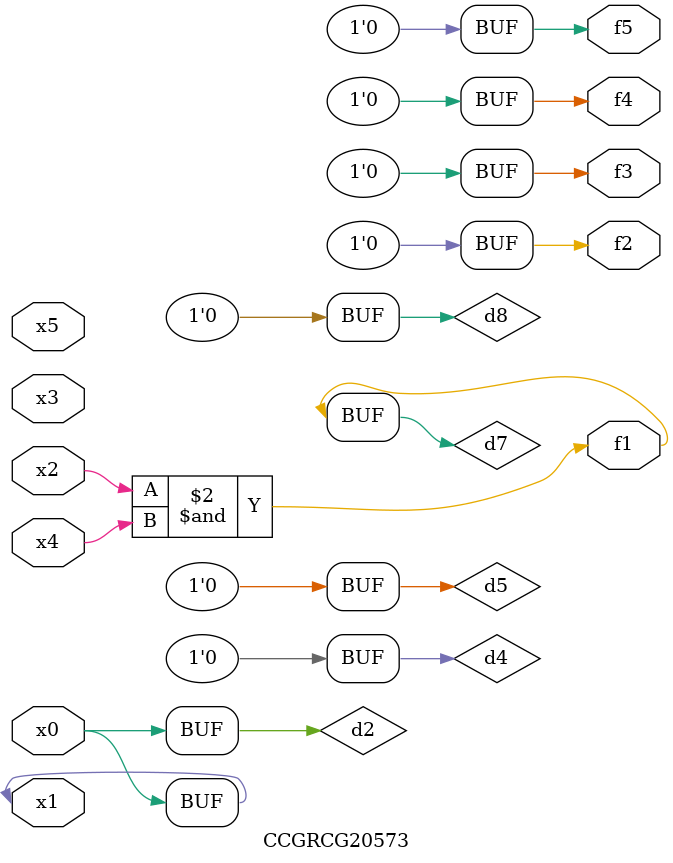
<source format=v>
module CCGRCG20573(
	input x0, x1, x2, x3, x4, x5,
	output f1, f2, f3, f4, f5
);

	wire d1, d2, d3, d4, d5, d6, d7, d8, d9;

	nand (d1, x1);
	buf (d2, x0, x1);
	nand (d3, x2, x4);
	and (d4, d1, d2);
	and (d5, d1, d2);
	nand (d6, d1, d3);
	not (d7, d3);
	xor (d8, d5);
	nor (d9, d5, d6);
	assign f1 = d7;
	assign f2 = d8;
	assign f3 = d8;
	assign f4 = d8;
	assign f5 = d8;
endmodule

</source>
